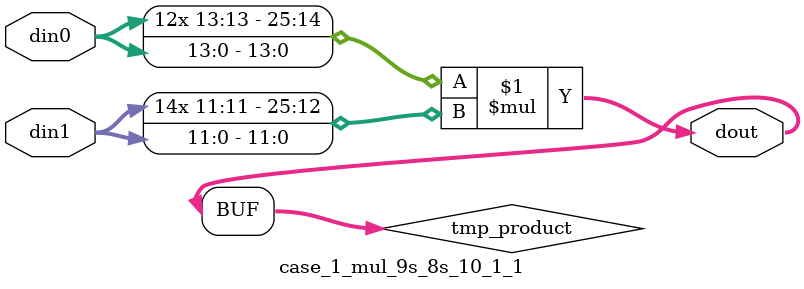
<source format=v>

`timescale 1 ns / 1 ps

 module case_1_mul_9s_8s_10_1_1(din0, din1, dout);
parameter ID = 1;
parameter NUM_STAGE = 0;
parameter din0_WIDTH = 14;
parameter din1_WIDTH = 12;
parameter dout_WIDTH = 26;

input [din0_WIDTH - 1 : 0] din0; 
input [din1_WIDTH - 1 : 0] din1; 
output [dout_WIDTH - 1 : 0] dout;

wire signed [dout_WIDTH - 1 : 0] tmp_product;



























assign tmp_product = $signed(din0) * $signed(din1);








assign dout = tmp_product;





















endmodule

</source>
